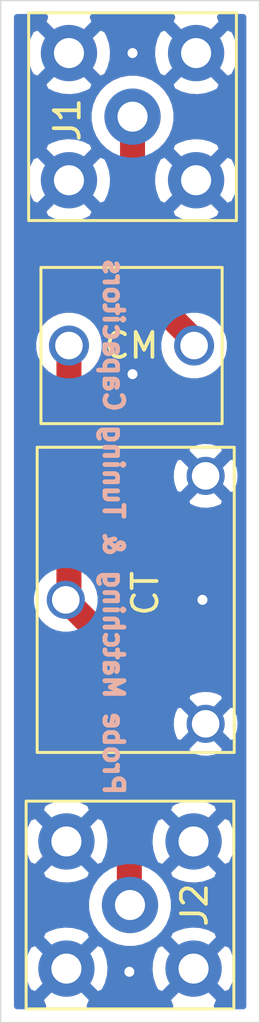
<source format=kicad_pcb>
(kicad_pcb (version 20171130) (host pcbnew "(5.1.7)-1")

  (general
    (thickness 1.6)
    (drawings 5)
    (tracks 9)
    (zones 0)
    (modules 4)
    (nets 4)
  )

  (page A4)
  (layers
    (0 F.Cu signal hide)
    (31 B.Cu signal hide)
    (32 B.Adhes user)
    (33 F.Adhes user)
    (34 B.Paste user)
    (35 F.Paste user)
    (36 B.SilkS user)
    (37 F.SilkS user)
    (38 B.Mask user)
    (39 F.Mask user)
    (40 Dwgs.User user)
    (41 Cmts.User user)
    (42 Eco1.User user)
    (43 Eco2.User user)
    (44 Edge.Cuts user)
    (45 Margin user)
    (46 B.CrtYd user)
    (47 F.CrtYd user)
    (48 B.Fab user)
    (49 F.Fab user)
  )

  (setup
    (last_trace_width 1)
    (user_trace_width 1)
    (trace_clearance 0.2)
    (zone_clearance 0.508)
    (zone_45_only no)
    (trace_min 0.2)
    (via_size 0.8)
    (via_drill 0.4)
    (via_min_size 0.4)
    (via_min_drill 0.3)
    (uvia_size 0.3)
    (uvia_drill 0.1)
    (uvias_allowed no)
    (uvia_min_size 0.2)
    (uvia_min_drill 0.1)
    (edge_width 0.05)
    (segment_width 0.2)
    (pcb_text_width 0.3)
    (pcb_text_size 1.5 1.5)
    (mod_edge_width 0.12)
    (mod_text_size 1 1)
    (mod_text_width 0.15)
    (pad_size 2.25 2.25)
    (pad_drill 1.2)
    (pad_to_mask_clearance 0)
    (aux_axis_origin 0 0)
    (visible_elements FFFFFF7F)
    (pcbplotparams
      (layerselection 0x010fc_ffffffff)
      (usegerberextensions false)
      (usegerberattributes true)
      (usegerberadvancedattributes true)
      (creategerberjobfile true)
      (excludeedgelayer true)
      (linewidth 0.100000)
      (plotframeref false)
      (viasonmask false)
      (mode 1)
      (useauxorigin false)
      (hpglpennumber 1)
      (hpglpenspeed 20)
      (hpglpendiameter 15.000000)
      (psnegative false)
      (psa4output false)
      (plotreference true)
      (plotvalue true)
      (plotinvisibletext false)
      (padsonsilk false)
      (subtractmaskfromsilk false)
      (outputformat 1)
      (mirror false)
      (drillshape 1)
      (scaleselection 1)
      (outputdirectory ""))
  )

  (net 0 "")
  (net 1 "Net-(C1-Pad1)")
  (net 2 "Net-(C1-Pad2)")
  (net 3 GND)

  (net_class Default "This is the default net class."
    (clearance 0.2)
    (trace_width 0.25)
    (via_dia 0.8)
    (via_drill 0.4)
    (uvia_dia 0.3)
    (uvia_drill 0.1)
    (add_net GND)
    (add_net "Net-(C1-Pad1)")
    (add_net "Net-(C1-Pad2)")
  )

  (module Capacitor_THT:C_Rect_L7.0mm_W6.0mm_P5.00mm (layer F.Cu) (tedit 60D4E2C9) (tstamp 60D4E3D1)
    (at 146.304 107.696)
    (descr "C, Rect series, Radial, pin pitch=5.00mm, , length*width=7*6mm^2, Capacitor")
    (tags "C Rect series Radial pin pitch 5.00mm  length 7mm width 6mm Capacitor")
    (path /60BAB1FC)
    (fp_text reference CM (at 2.5 0) (layer F.SilkS)
      (effects (font (size 1 1) (thickness 0.15)))
    )
    (fp_text value C_Variable (at 2.5 4.25) (layer F.Fab)
      (effects (font (size 1 1) (thickness 0.15)))
    )
    (fp_line (start 6.25 -3.25) (end -1.25 -3.25) (layer F.CrtYd) (width 0.05))
    (fp_line (start 6.25 3.25) (end 6.25 -3.25) (layer F.CrtYd) (width 0.05))
    (fp_line (start -1.25 3.25) (end 6.25 3.25) (layer F.CrtYd) (width 0.05))
    (fp_line (start -1.25 -3.25) (end -1.25 3.25) (layer F.CrtYd) (width 0.05))
    (fp_line (start 6.12 -3.12) (end 6.12 3.12) (layer F.SilkS) (width 0.12))
    (fp_line (start -1.12 -3.12) (end -1.12 3.12) (layer F.SilkS) (width 0.12))
    (fp_line (start -1.12 3.12) (end 6.12 3.12) (layer F.SilkS) (width 0.12))
    (fp_line (start -1.12 -3.12) (end 6.12 -3.12) (layer F.SilkS) (width 0.12))
    (fp_line (start 6 -3) (end -1 -3) (layer F.Fab) (width 0.1))
    (fp_line (start 6 3) (end 6 -3) (layer F.Fab) (width 0.1))
    (fp_line (start -1 3) (end 6 3) (layer F.Fab) (width 0.1))
    (fp_line (start -1 -3) (end -1 3) (layer F.Fab) (width 0.1))
    (fp_text user %R (at 2.5 0) (layer F.Fab)
      (effects (font (size 1 1) (thickness 0.15)))
    )
    (pad 1 thru_hole circle (at 0 0) (size 1.6 1.6) (drill 1.1) (layers *.Cu *.Mask)
      (net 1 "Net-(C1-Pad1)"))
    (pad 2 thru_hole circle (at 5 0) (size 1.6 1.6) (drill 1.1) (layers *.Cu *.Mask)
      (net 2 "Net-(C1-Pad2)"))
    (model ${KISYS3DMOD}/Capacitor_THT.3dshapes/C_Rect_L7.0mm_W6.0mm_P5.00mm.wrl
      (at (xyz 0 0 0))
      (scale (xyz 1 1 1))
      (rotate (xyz 0 0 0))
    )
  )

  (module C_Trim_GZD10100:C_Trim_GZD10100 (layer F.Cu) (tedit 60D4E153) (tstamp 60D4E3E0)
    (at 149.352 117.856 90)
    (path /60BBC77B)
    (fp_text reference CT (at 0.254 0 90) (layer F.SilkS)
      (effects (font (size 1 1) (thickness 0.15)))
    )
    (fp_text value C_Trim_3_Leg (at 0 9.144 90) (layer F.Fab)
      (effects (font (size 1 1) (thickness 0.15)))
    )
    (fp_line (start -6.35 7.81) (end -6.35 -4.572) (layer F.CrtYd) (width 0.12))
    (fp_line (start 6.35 7.81) (end -6.35 7.81) (layer F.CrtYd) (width 0.12))
    (fp_line (start 6.35 -4.572) (end 6.35 7.81) (layer F.CrtYd) (width 0.12))
    (fp_line (start -6.35 -4.572) (end 6.35 -4.572) (layer F.CrtYd) (width 0.12))
    (fp_line (start -6.096 3.556) (end 6.096 3.556) (layer F.SilkS) (width 0.12))
    (fp_line (start 6.096 3.556) (end 6.096 -4.318) (layer F.SilkS) (width 0.12))
    (fp_line (start 6.096 -4.318) (end -6.096 -4.318) (layer F.SilkS) (width 0.12))
    (fp_line (start -6.096 -4.318) (end -6.096 3.556) (layer F.SilkS) (width 0.12))
    (pad 1 thru_hole circle (at -4.953 2.413 90) (size 1.524 1.524) (drill 1.1) (layers *.Cu *.Mask)
      (net 3 GND))
    (pad 2 thru_hole circle (at 4.953 2.413 90) (size 1.524 1.524) (drill 1.1) (layers *.Cu *.Mask)
      (net 3 GND))
    (pad 3 thru_hole circle (at 0 -3.175 90) (size 1.524 1.524) (drill 1.1) (layers *.Cu *.Mask)
      (net 1 "Net-(C1-Pad1)"))
  )

  (module Connector_Coaxial:SMA_Amphenol_132203-12_Horizontal (layer F.Cu) (tedit 60D4E2BD) (tstamp 60D4E40E)
    (at 148.844 98.552)
    (descr https://www.amphenolrf.com/media/downloads/1769/132203-12.pdf)
    (tags "SMA THT Female Jack Horizontal")
    (path /60BAF990)
    (fp_text reference J1 (at -2.6035 0.127 90) (layer F.SilkS)
      (effects (font (size 1 1) (thickness 0.15)))
    )
    (fp_text value Conn_Coaxial (at 0 5) (layer F.Fab)
      (effects (font (size 1 1) (thickness 0.15)))
    )
    (fp_line (start -3.175 -5.998) (end 3.175 -6.704) (layer F.Fab) (width 0.1))
    (fp_line (start -3.175 -6.704) (end 3.175 -7.41) (layer F.Fab) (width 0.1))
    (fp_line (start -3.175 -7.41) (end 3.175 -8.116) (layer F.Fab) (width 0.1))
    (fp_line (start -3.175 -8.116) (end 3.175 -8.822) (layer F.Fab) (width 0.1))
    (fp_line (start -3.175 -8.822) (end 3.175 -9.528) (layer F.Fab) (width 0.1))
    (fp_line (start -3.175 -9.528) (end 3.175 -10.234) (layer F.Fab) (width 0.1))
    (fp_line (start -3.175 -10.234) (end 3.175 -10.94) (layer F.Fab) (width 0.1))
    (fp_line (start -3.175 -10.94) (end 3.175 -11.646) (layer F.Fab) (width 0.1))
    (fp_line (start -3.175 -11.646) (end 3.175 -12.352) (layer F.Fab) (width 0.1))
    (fp_line (start -3.175 -12.352) (end 3.175 -13.058) (layer F.Fab) (width 0.1))
    (fp_line (start -3.175 -13.058) (end 3.175 -13.764) (layer F.Fab) (width 0.1))
    (fp_line (start -3.175 -13.764) (end 3.175 -14.47) (layer F.Fab) (width 0.1))
    (fp_line (start -3.175 -14.47) (end 3.175 -15.176) (layer F.Fab) (width 0.1))
    (fp_line (start -3.175 -15.176) (end 3.175 -15.882) (layer F.Fab) (width 0.1))
    (fp_line (start -3.175 -15.882) (end 3.175 -16.588) (layer F.Fab) (width 0.1))
    (fp_line (start -3.175 -16.588) (end 3.175 -17.294) (layer F.Fab) (width 0.1))
    (fp_line (start -3.175 -17.294) (end 3.175 -18) (layer F.Fab) (width 0.1))
    (fp_line (start 4.5 4.5) (end -4.5 4.5) (layer F.CrtYd) (width 0.05))
    (fp_line (start 4.5 4.5) (end 4.5 -20) (layer F.CrtYd) (width 0.05))
    (fp_line (start -4.5 -20) (end -4.5 4.5) (layer F.CrtYd) (width 0.05))
    (fp_line (start -4.5 -20) (end 4.5 -20) (layer F.CrtYd) (width 0.05))
    (fp_line (start -4 -4) (end -4 4) (layer F.Fab) (width 0.1))
    (fp_line (start -4 4) (end 4 4) (layer F.Fab) (width 0.1))
    (fp_line (start 4 -4) (end 4 4) (layer F.Fab) (width 0.1))
    (fp_line (start -4.15 -4.15) (end -4.15 4.15) (layer F.SilkS) (width 0.12))
    (fp_line (start 4.15 -4.15) (end 4.15 4.15) (layer F.SilkS) (width 0.12))
    (fp_line (start -4.15 4.15) (end 4.15 4.15) (layer F.SilkS) (width 0.12))
    (fp_line (start -4.15 -4.15) (end 4.15 -4.15) (layer F.SilkS) (width 0.12))
    (fp_line (start -3.175 -19.5) (end 3.175 -19.5) (layer F.Fab) (width 0.1))
    (fp_line (start -3.175 -19.5) (end -3.175 -5.07) (layer F.Fab) (width 0.1))
    (fp_line (start 3.175 -19.5) (end 3.175 -5.07) (layer F.Fab) (width 0.1))
    (fp_line (start 3.9 -4) (end 3.9 -5.07) (layer F.Fab) (width 0.1))
    (fp_line (start 3.9 -5.07) (end -3.9 -5.07) (layer F.Fab) (width 0.1))
    (fp_line (start -3.9 -5.07) (end -3.9 -4) (layer F.Fab) (width 0.1))
    (fp_line (start -4 -4) (end 4 -4) (layer F.Fab) (width 0.1))
    (fp_line (start -3.175 -18) (end 3.175 -18.706) (layer F.Fab) (width 0.1))
    (fp_text user %R (at 0 0) (layer F.Fab)
      (effects (font (size 1 1) (thickness 0.15)))
    )
    (pad 2 thru_hole circle (at -2.54 2.54) (size 2.25 2.25) (drill 1.2) (layers *.Cu *.Mask)
      (net 3 GND))
    (pad 2 thru_hole circle (at -2.54 -2.54) (size 2.25 2.25) (drill 1.2) (layers *.Cu *.Mask)
      (net 3 GND))
    (pad 2 thru_hole circle (at 2.54 -2.54) (size 2.25 2.25) (drill 1.2) (layers *.Cu *.Mask)
      (net 3 GND))
    (pad 2 thru_hole circle (at 2.54 2.54 90) (size 2.25 2.25) (drill 1.2) (layers *.Cu *.Mask)
      (net 3 GND))
    (pad 1 thru_hole circle (at 0 0) (size 2.25 2.25) (drill 1.2) (layers *.Cu *.Mask)
      (net 2 "Net-(C1-Pad2)"))
    (model ${KISYS3DMOD}/Connector_Coaxial.3dshapes/SMA_Amphenol_132203-12_Horizontal.wrl
      (at (xyz 0 0 0))
      (scale (xyz 1 1 1))
      (rotate (xyz 0 0 0))
    )
  )

  (module Connector_Coaxial:SMA_Amphenol_132203-12_Horizontal (layer F.Cu) (tedit 60D4E335) (tstamp 60D4E43C)
    (at 148.7424 130.048 180)
    (descr https://www.amphenolrf.com/media/downloads/1769/132203-12.pdf)
    (tags "SMA THT Female Jack Horizontal")
    (path /60BB1BEC)
    (fp_text reference J2 (at -2.5781 0 90) (layer F.SilkS)
      (effects (font (size 1 1) (thickness 0.15)))
    )
    (fp_text value Conn_Coaxial (at 0 5) (layer F.Fab)
      (effects (font (size 1 1) (thickness 0.15)))
    )
    (fp_text user %R (at 0 0) (layer F.Fab)
      (effects (font (size 1 1) (thickness 0.15)))
    )
    (fp_line (start -3.175 -18) (end 3.175 -18.706) (layer F.Fab) (width 0.1))
    (fp_line (start -4 -4) (end 4 -4) (layer F.Fab) (width 0.1))
    (fp_line (start -3.9 -5.07) (end -3.9 -4) (layer F.Fab) (width 0.1))
    (fp_line (start 3.9 -5.07) (end -3.9 -5.07) (layer F.Fab) (width 0.1))
    (fp_line (start 3.9 -4) (end 3.9 -5.07) (layer F.Fab) (width 0.1))
    (fp_line (start 3.175 -19.5) (end 3.175 -5.07) (layer F.Fab) (width 0.1))
    (fp_line (start -3.175 -19.5) (end -3.175 -5.07) (layer F.Fab) (width 0.1))
    (fp_line (start -3.175 -19.5) (end 3.175 -19.5) (layer F.Fab) (width 0.1))
    (fp_line (start -4.15 -4.15) (end 4.15 -4.15) (layer F.SilkS) (width 0.12))
    (fp_line (start -4.15 4.15) (end 4.15 4.15) (layer F.SilkS) (width 0.12))
    (fp_line (start 4.15 -4.15) (end 4.15 4.15) (layer F.SilkS) (width 0.12))
    (fp_line (start -4.15 -4.15) (end -4.15 4.15) (layer F.SilkS) (width 0.12))
    (fp_line (start 4 -4) (end 4 4) (layer F.Fab) (width 0.1))
    (fp_line (start -4 4) (end 4 4) (layer F.Fab) (width 0.1))
    (fp_line (start -4 -4) (end -4 4) (layer F.Fab) (width 0.1))
    (fp_line (start -4.5 -20) (end 4.5 -20) (layer F.CrtYd) (width 0.05))
    (fp_line (start -4.5 -20) (end -4.5 4.5) (layer F.CrtYd) (width 0.05))
    (fp_line (start 4.5 4.5) (end 4.5 -20) (layer F.CrtYd) (width 0.05))
    (fp_line (start 4.5 4.5) (end -4.5 4.5) (layer F.CrtYd) (width 0.05))
    (fp_line (start -3.175 -17.294) (end 3.175 -18) (layer F.Fab) (width 0.1))
    (fp_line (start -3.175 -16.588) (end 3.175 -17.294) (layer F.Fab) (width 0.1))
    (fp_line (start -3.175 -15.882) (end 3.175 -16.588) (layer F.Fab) (width 0.1))
    (fp_line (start -3.175 -15.176) (end 3.175 -15.882) (layer F.Fab) (width 0.1))
    (fp_line (start -3.175 -14.47) (end 3.175 -15.176) (layer F.Fab) (width 0.1))
    (fp_line (start -3.175 -13.764) (end 3.175 -14.47) (layer F.Fab) (width 0.1))
    (fp_line (start -3.175 -13.058) (end 3.175 -13.764) (layer F.Fab) (width 0.1))
    (fp_line (start -3.175 -12.352) (end 3.175 -13.058) (layer F.Fab) (width 0.1))
    (fp_line (start -3.175 -11.646) (end 3.175 -12.352) (layer F.Fab) (width 0.1))
    (fp_line (start -3.175 -10.94) (end 3.175 -11.646) (layer F.Fab) (width 0.1))
    (fp_line (start -3.175 -10.234) (end 3.175 -10.94) (layer F.Fab) (width 0.1))
    (fp_line (start -3.175 -9.528) (end 3.175 -10.234) (layer F.Fab) (width 0.1))
    (fp_line (start -3.175 -8.822) (end 3.175 -9.528) (layer F.Fab) (width 0.1))
    (fp_line (start -3.175 -8.116) (end 3.175 -8.822) (layer F.Fab) (width 0.1))
    (fp_line (start -3.175 -7.41) (end 3.175 -8.116) (layer F.Fab) (width 0.1))
    (fp_line (start -3.175 -6.704) (end 3.175 -7.41) (layer F.Fab) (width 0.1))
    (fp_line (start -3.175 -5.998) (end 3.175 -6.704) (layer F.Fab) (width 0.1))
    (pad 1 thru_hole circle (at 0 0 180) (size 2.25 2.25) (drill 1.2) (layers *.Cu *.Mask)
      (net 1 "Net-(C1-Pad1)"))
    (pad 2 thru_hole circle (at 2.54 2.54 270) (size 2.25 2.25) (drill 1.2) (layers *.Cu *.Mask)
      (net 3 GND))
    (pad 2 thru_hole circle (at 2.54 -2.54 180) (size 2.25 2.25) (drill 1.2) (layers *.Cu *.Mask)
      (net 3 GND))
    (pad 2 thru_hole circle (at -2.54 -2.54 180) (size 2.25 2.25) (drill 1.2) (layers *.Cu *.Mask)
      (net 3 GND))
    (pad 2 thru_hole circle (at -2.54 2.54 180) (size 2.25 2.25) (drill 1.2) (layers *.Cu *.Mask)
      (net 3 GND))
    (model ${KISYS3DMOD}/Connector_Coaxial.3dshapes/SMA_Amphenol_132203-12_Horizontal.wrl
      (at (xyz 0 0 0))
      (scale (xyz 1 1 1))
      (rotate (xyz 0 0 0))
    )
  )

  (gr_text "Probe Matching & Tuning Capacitors" (at 148.082 114.935 270) (layer B.SilkS)
    (effects (font (size 0.762 0.762) (thickness 0.1905)) (justify mirror))
  )
  (gr_line (start 143.5735 134.747) (end 143.5735 93.9165) (layer Edge.Cuts) (width 0.05) (tstamp 60D4F161))
  (gr_line (start 153.924 134.747) (end 143.5735 134.747) (layer Edge.Cuts) (width 0.05))
  (gr_line (start 153.924 93.9165) (end 153.924 134.747) (layer Edge.Cuts) (width 0.05))
  (gr_line (start 143.5735 93.9165) (end 153.924 93.9165) (layer Edge.Cuts) (width 0.05))

  (segment (start 146.304 107.696) (end 146.304 117.602) (width 1) (layer F.Cu) (net 1))
  (segment (start 146.177 117.856) (end 148.717 120.396) (width 1) (layer F.Cu) (net 1))
  (segment (start 148.717 120.396) (end 148.717 130.048) (width 1) (layer F.Cu) (net 1))
  (segment (start 148.844 98.552) (end 148.844 105.029) (width 1) (layer F.Cu) (net 2))
  (segment (start 148.844 105.029) (end 151.384 107.569) (width 1) (layer F.Cu) (net 2))
  (via (at 148.844 96.012) (size 0.8) (drill 0.4) (layers F.Cu B.Cu) (net 3))
  (via (at 148.844 108.839) (size 0.8) (drill 0.4) (layers F.Cu B.Cu) (net 3))
  (via (at 151.638 117.856) (size 0.8) (drill 0.4) (layers F.Cu B.Cu) (net 3))
  (via (at 148.717 132.715) (size 0.8) (drill 0.4) (layers F.Cu B.Cu) (net 3))

  (zone (net 3) (net_name GND) (layer F.Cu) (tstamp 0) (hatch edge 0.508)
    (connect_pads (clearance 0.508))
    (min_thickness 0.254)
    (fill yes (arc_segments 32) (thermal_gap 0.508) (thermal_bridge_width 0.508))
    (polygon
      (pts
        (xy 153.67 134.493) (xy 143.764 134.493) (xy 143.764 94.107) (xy 153.67 94.107)
      )
    )
    (filled_polygon
      (pts
        (xy 145.259074 94.787469) (xy 146.304 95.832395) (xy 147.348926 94.787469) (xy 147.264558 94.5765) (xy 150.423442 94.5765)
        (xy 150.339074 94.787469) (xy 151.384 95.832395) (xy 152.428926 94.787469) (xy 152.344558 94.5765) (xy 153.264 94.5765)
        (xy 153.264001 134.087) (xy 152.217564 134.087) (xy 152.327326 133.812531) (xy 151.2824 132.767605) (xy 150.237474 133.812531)
        (xy 150.347236 134.087) (xy 147.137564 134.087) (xy 147.247326 133.812531) (xy 146.2024 132.767605) (xy 145.157474 133.812531)
        (xy 145.267236 134.087) (xy 144.2335 134.087) (xy 144.2335 132.64565) (xy 144.434824 132.64565) (xy 144.480034 132.98938)
        (xy 144.591434 133.317685) (xy 144.700686 133.522079) (xy 144.977869 133.632926) (xy 146.022795 132.588) (xy 146.382005 132.588)
        (xy 147.426931 133.632926) (xy 147.704114 133.522079) (xy 147.857489 133.21116) (xy 147.94726 132.876295) (xy 147.962404 132.64565)
        (xy 149.514824 132.64565) (xy 149.560034 132.98938) (xy 149.671434 133.317685) (xy 149.780686 133.522079) (xy 150.057869 133.632926)
        (xy 151.102795 132.588) (xy 151.462005 132.588) (xy 152.506931 133.632926) (xy 152.784114 133.522079) (xy 152.937489 133.21116)
        (xy 153.02726 132.876295) (xy 153.049976 132.53035) (xy 153.004766 132.18662) (xy 152.893366 131.858315) (xy 152.784114 131.653921)
        (xy 152.506931 131.543074) (xy 151.462005 132.588) (xy 151.102795 132.588) (xy 150.057869 131.543074) (xy 149.780686 131.653921)
        (xy 149.627311 131.96484) (xy 149.53754 132.299705) (xy 149.514824 132.64565) (xy 147.962404 132.64565) (xy 147.969976 132.53035)
        (xy 147.924766 132.18662) (xy 147.813366 131.858315) (xy 147.704114 131.653921) (xy 147.426931 131.543074) (xy 146.382005 132.588)
        (xy 146.022795 132.588) (xy 144.977869 131.543074) (xy 144.700686 131.653921) (xy 144.547311 131.96484) (xy 144.45754 132.299705)
        (xy 144.434824 132.64565) (xy 144.2335 132.64565) (xy 144.2335 131.363469) (xy 145.157474 131.363469) (xy 146.2024 132.408395)
        (xy 147.247326 131.363469) (xy 147.136479 131.086286) (xy 146.82556 130.932911) (xy 146.490695 130.84314) (xy 146.14475 130.820424)
        (xy 145.80102 130.865634) (xy 145.472715 130.977034) (xy 145.268321 131.086286) (xy 145.157474 131.363469) (xy 144.2335 131.363469)
        (xy 144.2335 128.732531) (xy 145.157474 128.732531) (xy 145.268321 129.009714) (xy 145.57924 129.163089) (xy 145.914105 129.25286)
        (xy 146.26005 129.275576) (xy 146.60378 129.230366) (xy 146.932085 129.118966) (xy 147.136479 129.009714) (xy 147.247326 128.732531)
        (xy 146.2024 127.687605) (xy 145.157474 128.732531) (xy 144.2335 128.732531) (xy 144.2335 127.56565) (xy 144.434824 127.56565)
        (xy 144.480034 127.90938) (xy 144.591434 128.237685) (xy 144.700686 128.442079) (xy 144.977869 128.552926) (xy 146.022795 127.508)
        (xy 144.977869 126.463074) (xy 144.700686 126.573921) (xy 144.547311 126.88484) (xy 144.45754 127.219705) (xy 144.434824 127.56565)
        (xy 144.2335 127.56565) (xy 144.2335 126.283469) (xy 145.157474 126.283469) (xy 146.2024 127.328395) (xy 147.247326 126.283469)
        (xy 147.136479 126.006286) (xy 146.82556 125.852911) (xy 146.490695 125.76314) (xy 146.14475 125.740424) (xy 145.80102 125.785634)
        (xy 145.472715 125.897034) (xy 145.268321 126.006286) (xy 145.157474 126.283469) (xy 144.2335 126.283469) (xy 144.2335 117.718408)
        (xy 144.78 117.718408) (xy 144.78 117.993592) (xy 144.833686 118.26349) (xy 144.938995 118.517727) (xy 145.09188 118.746535)
        (xy 145.286465 118.94112) (xy 145.515273 119.094005) (xy 145.76951 119.199314) (xy 145.951354 119.235485) (xy 147.582 120.866132)
        (xy 147.582001 126.525087) (xy 147.426931 126.463074) (xy 146.382005 127.508) (xy 147.426931 128.552926) (xy 147.582001 128.490913)
        (xy 147.582001 128.719383) (xy 147.375319 128.926065) (xy 147.182708 129.214327) (xy 147.050036 129.534627) (xy 146.9824 129.874655)
        (xy 146.9824 130.221345) (xy 147.050036 130.561373) (xy 147.182708 130.881673) (xy 147.375319 131.169935) (xy 147.620465 131.415081)
        (xy 147.908727 131.607692) (xy 148.229027 131.740364) (xy 148.569055 131.808) (xy 148.915745 131.808) (xy 149.255773 131.740364)
        (xy 149.576073 131.607692) (xy 149.864335 131.415081) (xy 149.915947 131.363469) (xy 150.237474 131.363469) (xy 151.2824 132.408395)
        (xy 152.327326 131.363469) (xy 152.216479 131.086286) (xy 151.90556 130.932911) (xy 151.570695 130.84314) (xy 151.22475 130.820424)
        (xy 150.88102 130.865634) (xy 150.552715 130.977034) (xy 150.348321 131.086286) (xy 150.237474 131.363469) (xy 149.915947 131.363469)
        (xy 150.109481 131.169935) (xy 150.302092 130.881673) (xy 150.434764 130.561373) (xy 150.5024 130.221345) (xy 150.5024 129.874655)
        (xy 150.434764 129.534627) (xy 150.302092 129.214327) (xy 150.109481 128.926065) (xy 149.915947 128.732531) (xy 150.237474 128.732531)
        (xy 150.348321 129.009714) (xy 150.65924 129.163089) (xy 150.994105 129.25286) (xy 151.34005 129.275576) (xy 151.68378 129.230366)
        (xy 152.012085 129.118966) (xy 152.216479 129.009714) (xy 152.327326 128.732531) (xy 151.2824 127.687605) (xy 150.237474 128.732531)
        (xy 149.915947 128.732531) (xy 149.864335 128.680919) (xy 149.852 128.672677) (xy 149.852 128.470598) (xy 150.057869 128.552926)
        (xy 151.102795 127.508) (xy 151.462005 127.508) (xy 152.506931 128.552926) (xy 152.784114 128.442079) (xy 152.937489 128.13116)
        (xy 153.02726 127.796295) (xy 153.049976 127.45035) (xy 153.004766 127.10662) (xy 152.893366 126.778315) (xy 152.784114 126.573921)
        (xy 152.506931 126.463074) (xy 151.462005 127.508) (xy 151.102795 127.508) (xy 150.057869 126.463074) (xy 149.852 126.545402)
        (xy 149.852 126.283469) (xy 150.237474 126.283469) (xy 151.2824 127.328395) (xy 152.327326 126.283469) (xy 152.216479 126.006286)
        (xy 151.90556 125.852911) (xy 151.570695 125.76314) (xy 151.22475 125.740424) (xy 150.88102 125.785634) (xy 150.552715 125.897034)
        (xy 150.348321 126.006286) (xy 150.237474 126.283469) (xy 149.852 126.283469) (xy 149.852 123.774565) (xy 150.97904 123.774565)
        (xy 151.04602 124.014656) (xy 151.295048 124.131756) (xy 151.562135 124.198023) (xy 151.837017 124.21091) (xy 152.109133 124.169922)
        (xy 152.368023 124.076636) (xy 152.48398 124.014656) (xy 152.55096 123.774565) (xy 151.765 122.988605) (xy 150.97904 123.774565)
        (xy 149.852 123.774565) (xy 149.852 122.881017) (xy 150.36309 122.881017) (xy 150.404078 123.153133) (xy 150.497364 123.412023)
        (xy 150.559344 123.52798) (xy 150.799435 123.59496) (xy 151.585395 122.809) (xy 151.944605 122.809) (xy 152.730565 123.59496)
        (xy 152.970656 123.52798) (xy 153.087756 123.278952) (xy 153.154023 123.011865) (xy 153.16691 122.736983) (xy 153.125922 122.464867)
        (xy 153.032636 122.205977) (xy 152.970656 122.09002) (xy 152.730565 122.02304) (xy 151.944605 122.809) (xy 151.585395 122.809)
        (xy 150.799435 122.02304) (xy 150.559344 122.09002) (xy 150.442244 122.339048) (xy 150.375977 122.606135) (xy 150.36309 122.881017)
        (xy 149.852 122.881017) (xy 149.852 121.843435) (xy 150.97904 121.843435) (xy 151.765 122.629395) (xy 152.55096 121.843435)
        (xy 152.48398 121.603344) (xy 152.234952 121.486244) (xy 151.967865 121.419977) (xy 151.692983 121.40709) (xy 151.420867 121.448078)
        (xy 151.161977 121.541364) (xy 151.04602 121.603344) (xy 150.97904 121.843435) (xy 149.852 121.843435) (xy 149.852 120.451741)
        (xy 149.85749 120.395999) (xy 149.852 120.340257) (xy 149.852 120.340248) (xy 149.835577 120.173501) (xy 149.770676 119.959553)
        (xy 149.665284 119.762377) (xy 149.523449 119.589551) (xy 149.480141 119.554009) (xy 147.556485 117.630354) (xy 147.520314 117.44851)
        (xy 147.439 117.252202) (xy 147.439 113.868565) (xy 150.97904 113.868565) (xy 151.04602 114.108656) (xy 151.295048 114.225756)
        (xy 151.562135 114.292023) (xy 151.837017 114.30491) (xy 152.109133 114.263922) (xy 152.368023 114.170636) (xy 152.48398 114.108656)
        (xy 152.55096 113.868565) (xy 151.765 113.082605) (xy 150.97904 113.868565) (xy 147.439 113.868565) (xy 147.439 112.975017)
        (xy 150.36309 112.975017) (xy 150.404078 113.247133) (xy 150.497364 113.506023) (xy 150.559344 113.62198) (xy 150.799435 113.68896)
        (xy 151.585395 112.903) (xy 151.944605 112.903) (xy 152.730565 113.68896) (xy 152.970656 113.62198) (xy 153.087756 113.372952)
        (xy 153.154023 113.105865) (xy 153.16691 112.830983) (xy 153.125922 112.558867) (xy 153.032636 112.299977) (xy 152.970656 112.18402)
        (xy 152.730565 112.11704) (xy 151.944605 112.903) (xy 151.585395 112.903) (xy 150.799435 112.11704) (xy 150.559344 112.18402)
        (xy 150.442244 112.433048) (xy 150.375977 112.700135) (xy 150.36309 112.975017) (xy 147.439 112.975017) (xy 147.439 111.937435)
        (xy 150.97904 111.937435) (xy 151.765 112.723395) (xy 152.55096 111.937435) (xy 152.48398 111.697344) (xy 152.234952 111.580244)
        (xy 151.967865 111.513977) (xy 151.692983 111.50109) (xy 151.420867 111.542078) (xy 151.161977 111.635364) (xy 151.04602 111.697344)
        (xy 150.97904 111.937435) (xy 147.439 111.937435) (xy 147.439 108.580284) (xy 147.57568 108.375727) (xy 147.683853 108.114574)
        (xy 147.739 107.837335) (xy 147.739 107.554665) (xy 147.683853 107.277426) (xy 147.57568 107.016273) (xy 147.418637 106.781241)
        (xy 147.218759 106.581363) (xy 146.983727 106.42432) (xy 146.722574 106.316147) (xy 146.445335 106.261) (xy 146.162665 106.261)
        (xy 145.885426 106.316147) (xy 145.624273 106.42432) (xy 145.389241 106.581363) (xy 145.189363 106.781241) (xy 145.03232 107.016273)
        (xy 144.924147 107.277426) (xy 144.869 107.554665) (xy 144.869 107.837335) (xy 144.924147 108.114574) (xy 145.03232 108.375727)
        (xy 145.169 108.580284) (xy 145.169001 116.888344) (xy 145.09188 116.965465) (xy 144.938995 117.194273) (xy 144.833686 117.44851)
        (xy 144.78 117.718408) (xy 144.2335 117.718408) (xy 144.2335 102.316531) (xy 145.259074 102.316531) (xy 145.369921 102.593714)
        (xy 145.68084 102.747089) (xy 146.015705 102.83686) (xy 146.36165 102.859576) (xy 146.70538 102.814366) (xy 147.033685 102.702966)
        (xy 147.238079 102.593714) (xy 147.348926 102.316531) (xy 146.304 101.271605) (xy 145.259074 102.316531) (xy 144.2335 102.316531)
        (xy 144.2335 101.14965) (xy 144.536424 101.14965) (xy 144.581634 101.49338) (xy 144.693034 101.821685) (xy 144.802286 102.026079)
        (xy 145.079469 102.136926) (xy 146.124395 101.092) (xy 146.483605 101.092) (xy 147.528531 102.136926) (xy 147.709001 102.064755)
        (xy 147.709001 104.973239) (xy 147.703509 105.029) (xy 147.725423 105.251498) (xy 147.790324 105.465446) (xy 147.790325 105.465447)
        (xy 147.895717 105.662623) (xy 148.037552 105.835449) (xy 148.08086 105.870991) (xy 149.869 107.659132) (xy 149.869 107.837335)
        (xy 149.924147 108.114574) (xy 150.03232 108.375727) (xy 150.189363 108.610759) (xy 150.389241 108.810637) (xy 150.624273 108.96768)
        (xy 150.885426 109.075853) (xy 151.162665 109.131) (xy 151.445335 109.131) (xy 151.722574 109.075853) (xy 151.983727 108.96768)
        (xy 152.218759 108.810637) (xy 152.418637 108.610759) (xy 152.57568 108.375727) (xy 152.683853 108.114574) (xy 152.739 107.837335)
        (xy 152.739 107.554665) (xy 152.683853 107.277426) (xy 152.57568 107.016273) (xy 152.418637 106.781241) (xy 152.218759 106.581363)
        (xy 151.983727 106.42432) (xy 151.74597 106.325838) (xy 149.979 104.558869) (xy 149.979 102.316531) (xy 150.339074 102.316531)
        (xy 150.449921 102.593714) (xy 150.76084 102.747089) (xy 151.095705 102.83686) (xy 151.44165 102.859576) (xy 151.78538 102.814366)
        (xy 152.113685 102.702966) (xy 152.318079 102.593714) (xy 152.428926 102.316531) (xy 151.384 101.271605) (xy 150.339074 102.316531)
        (xy 149.979 102.316531) (xy 149.979 102.064755) (xy 150.159469 102.136926) (xy 151.204395 101.092) (xy 151.563605 101.092)
        (xy 152.608531 102.136926) (xy 152.885714 102.026079) (xy 153.039089 101.71516) (xy 153.12886 101.380295) (xy 153.151576 101.03435)
        (xy 153.106366 100.69062) (xy 152.994966 100.362315) (xy 152.885714 100.157921) (xy 152.608531 100.047074) (xy 151.563605 101.092)
        (xy 151.204395 101.092) (xy 150.159469 100.047074) (xy 149.979 100.119245) (xy 149.979 99.906016) (xy 150.017547 99.867469)
        (xy 150.339074 99.867469) (xy 151.384 100.912395) (xy 152.428926 99.867469) (xy 152.318079 99.590286) (xy 152.00716 99.436911)
        (xy 151.672295 99.34714) (xy 151.32635 99.324424) (xy 150.98262 99.369634) (xy 150.654315 99.481034) (xy 150.449921 99.590286)
        (xy 150.339074 99.867469) (xy 150.017547 99.867469) (xy 150.211081 99.673935) (xy 150.403692 99.385673) (xy 150.536364 99.065373)
        (xy 150.604 98.725345) (xy 150.604 98.378655) (xy 150.536364 98.038627) (xy 150.403692 97.718327) (xy 150.211081 97.430065)
        (xy 150.017547 97.236531) (xy 150.339074 97.236531) (xy 150.449921 97.513714) (xy 150.76084 97.667089) (xy 151.095705 97.75686)
        (xy 151.44165 97.779576) (xy 151.78538 97.734366) (xy 152.113685 97.622966) (xy 152.318079 97.513714) (xy 152.428926 97.236531)
        (xy 151.384 96.191605) (xy 150.339074 97.236531) (xy 150.017547 97.236531) (xy 149.965935 97.184919) (xy 149.677673 96.992308)
        (xy 149.357373 96.859636) (xy 149.017345 96.792) (xy 148.670655 96.792) (xy 148.330627 96.859636) (xy 148.010327 96.992308)
        (xy 147.722065 97.184919) (xy 147.476919 97.430065) (xy 147.284308 97.718327) (xy 147.151636 98.038627) (xy 147.084 98.378655)
        (xy 147.084 98.725345) (xy 147.151636 99.065373) (xy 147.284308 99.385673) (xy 147.476919 99.673935) (xy 147.709 99.906016)
        (xy 147.709 100.119245) (xy 147.528531 100.047074) (xy 146.483605 101.092) (xy 146.124395 101.092) (xy 145.079469 100.047074)
        (xy 144.802286 100.157921) (xy 144.648911 100.46884) (xy 144.55914 100.803705) (xy 144.536424 101.14965) (xy 144.2335 101.14965)
        (xy 144.2335 99.867469) (xy 145.259074 99.867469) (xy 146.304 100.912395) (xy 147.348926 99.867469) (xy 147.238079 99.590286)
        (xy 146.92716 99.436911) (xy 146.592295 99.34714) (xy 146.24635 99.324424) (xy 145.90262 99.369634) (xy 145.574315 99.481034)
        (xy 145.369921 99.590286) (xy 145.259074 99.867469) (xy 144.2335 99.867469) (xy 144.2335 97.236531) (xy 145.259074 97.236531)
        (xy 145.369921 97.513714) (xy 145.68084 97.667089) (xy 146.015705 97.75686) (xy 146.36165 97.779576) (xy 146.70538 97.734366)
        (xy 147.033685 97.622966) (xy 147.238079 97.513714) (xy 147.348926 97.236531) (xy 146.304 96.191605) (xy 145.259074 97.236531)
        (xy 144.2335 97.236531) (xy 144.2335 96.06965) (xy 144.536424 96.06965) (xy 144.581634 96.41338) (xy 144.693034 96.741685)
        (xy 144.802286 96.946079) (xy 145.079469 97.056926) (xy 146.124395 96.012) (xy 146.483605 96.012) (xy 147.528531 97.056926)
        (xy 147.805714 96.946079) (xy 147.959089 96.63516) (xy 148.04886 96.300295) (xy 148.064004 96.06965) (xy 149.616424 96.06965)
        (xy 149.661634 96.41338) (xy 149.773034 96.741685) (xy 149.882286 96.946079) (xy 150.159469 97.056926) (xy 151.204395 96.012)
        (xy 151.563605 96.012) (xy 152.608531 97.056926) (xy 152.885714 96.946079) (xy 153.039089 96.63516) (xy 153.12886 96.300295)
        (xy 153.151576 95.95435) (xy 153.106366 95.61062) (xy 152.994966 95.282315) (xy 152.885714 95.077921) (xy 152.608531 94.967074)
        (xy 151.563605 96.012) (xy 151.204395 96.012) (xy 150.159469 94.967074) (xy 149.882286 95.077921) (xy 149.728911 95.38884)
        (xy 149.63914 95.723705) (xy 149.616424 96.06965) (xy 148.064004 96.06965) (xy 148.071576 95.95435) (xy 148.026366 95.61062)
        (xy 147.914966 95.282315) (xy 147.805714 95.077921) (xy 147.528531 94.967074) (xy 146.483605 96.012) (xy 146.124395 96.012)
        (xy 145.079469 94.967074) (xy 144.802286 95.077921) (xy 144.648911 95.38884) (xy 144.55914 95.723705) (xy 144.536424 96.06965)
        (xy 144.2335 96.06965) (xy 144.2335 94.5765) (xy 145.343442 94.5765)
      )
    )
  )
  (zone (net 3) (net_name GND) (layer B.Cu) (tstamp 0) (hatch edge 0.508)
    (connect_pads (clearance 0.508))
    (min_thickness 0.254)
    (fill yes (arc_segments 32) (thermal_gap 0.508) (thermal_bridge_width 0.508))
    (polygon
      (pts
        (xy 153.67 134.493) (xy 143.764 134.493) (xy 143.764 94.107) (xy 153.67 94.107)
      )
    )
    (filled_polygon
      (pts
        (xy 145.259074 94.787469) (xy 146.304 95.832395) (xy 147.348926 94.787469) (xy 147.264558 94.5765) (xy 150.423442 94.5765)
        (xy 150.339074 94.787469) (xy 151.384 95.832395) (xy 152.428926 94.787469) (xy 152.344558 94.5765) (xy 153.264 94.5765)
        (xy 153.264001 134.087) (xy 152.217564 134.087) (xy 152.327326 133.812531) (xy 151.2824 132.767605) (xy 150.237474 133.812531)
        (xy 150.347236 134.087) (xy 147.137564 134.087) (xy 147.247326 133.812531) (xy 146.2024 132.767605) (xy 145.157474 133.812531)
        (xy 145.267236 134.087) (xy 144.2335 134.087) (xy 144.2335 132.64565) (xy 144.434824 132.64565) (xy 144.480034 132.98938)
        (xy 144.591434 133.317685) (xy 144.700686 133.522079) (xy 144.977869 133.632926) (xy 146.022795 132.588) (xy 146.382005 132.588)
        (xy 147.426931 133.632926) (xy 147.704114 133.522079) (xy 147.857489 133.21116) (xy 147.94726 132.876295) (xy 147.962404 132.64565)
        (xy 149.514824 132.64565) (xy 149.560034 132.98938) (xy 149.671434 133.317685) (xy 149.780686 133.522079) (xy 150.057869 133.632926)
        (xy 151.102795 132.588) (xy 151.462005 132.588) (xy 152.506931 133.632926) (xy 152.784114 133.522079) (xy 152.937489 133.21116)
        (xy 153.02726 132.876295) (xy 153.049976 132.53035) (xy 153.004766 132.18662) (xy 152.893366 131.858315) (xy 152.784114 131.653921)
        (xy 152.506931 131.543074) (xy 151.462005 132.588) (xy 151.102795 132.588) (xy 150.057869 131.543074) (xy 149.780686 131.653921)
        (xy 149.627311 131.96484) (xy 149.53754 132.299705) (xy 149.514824 132.64565) (xy 147.962404 132.64565) (xy 147.969976 132.53035)
        (xy 147.924766 132.18662) (xy 147.813366 131.858315) (xy 147.704114 131.653921) (xy 147.426931 131.543074) (xy 146.382005 132.588)
        (xy 146.022795 132.588) (xy 144.977869 131.543074) (xy 144.700686 131.653921) (xy 144.547311 131.96484) (xy 144.45754 132.299705)
        (xy 144.434824 132.64565) (xy 144.2335 132.64565) (xy 144.2335 131.363469) (xy 145.157474 131.363469) (xy 146.2024 132.408395)
        (xy 147.247326 131.363469) (xy 147.136479 131.086286) (xy 146.82556 130.932911) (xy 146.490695 130.84314) (xy 146.14475 130.820424)
        (xy 145.80102 130.865634) (xy 145.472715 130.977034) (xy 145.268321 131.086286) (xy 145.157474 131.363469) (xy 144.2335 131.363469)
        (xy 144.2335 129.874655) (xy 146.9824 129.874655) (xy 146.9824 130.221345) (xy 147.050036 130.561373) (xy 147.182708 130.881673)
        (xy 147.375319 131.169935) (xy 147.620465 131.415081) (xy 147.908727 131.607692) (xy 148.229027 131.740364) (xy 148.569055 131.808)
        (xy 148.915745 131.808) (xy 149.255773 131.740364) (xy 149.576073 131.607692) (xy 149.864335 131.415081) (xy 149.915947 131.363469)
        (xy 150.237474 131.363469) (xy 151.2824 132.408395) (xy 152.327326 131.363469) (xy 152.216479 131.086286) (xy 151.90556 130.932911)
        (xy 151.570695 130.84314) (xy 151.22475 130.820424) (xy 150.88102 130.865634) (xy 150.552715 130.977034) (xy 150.348321 131.086286)
        (xy 150.237474 131.363469) (xy 149.915947 131.363469) (xy 150.109481 131.169935) (xy 150.302092 130.881673) (xy 150.434764 130.561373)
        (xy 150.5024 130.221345) (xy 150.5024 129.874655) (xy 150.434764 129.534627) (xy 150.302092 129.214327) (xy 150.109481 128.926065)
        (xy 149.915947 128.732531) (xy 150.237474 128.732531) (xy 150.348321 129.009714) (xy 150.65924 129.163089) (xy 150.994105 129.25286)
        (xy 151.34005 129.275576) (xy 151.68378 129.230366) (xy 152.012085 129.118966) (xy 152.216479 129.009714) (xy 152.327326 128.732531)
        (xy 151.2824 127.687605) (xy 150.237474 128.732531) (xy 149.915947 128.732531) (xy 149.864335 128.680919) (xy 149.576073 128.488308)
        (xy 149.255773 128.355636) (xy 148.915745 128.288) (xy 148.569055 128.288) (xy 148.229027 128.355636) (xy 147.908727 128.488308)
        (xy 147.620465 128.680919) (xy 147.375319 128.926065) (xy 147.182708 129.214327) (xy 147.050036 129.534627) (xy 146.9824 129.874655)
        (xy 144.2335 129.874655) (xy 144.2335 128.732531) (xy 145.157474 128.732531) (xy 145.268321 129.009714) (xy 145.57924 129.163089)
        (xy 145.914105 129.25286) (xy 146.26005 129.275576) (xy 146.60378 129.230366) (xy 146.932085 129.118966) (xy 147.136479 129.009714)
        (xy 147.247326 128.732531) (xy 146.2024 127.687605) (xy 145.157474 128.732531) (xy 144.2335 128.732531) (xy 144.2335 127.56565)
        (xy 144.434824 127.56565) (xy 144.480034 127.90938) (xy 144.591434 128.237685) (xy 144.700686 128.442079) (xy 144.977869 128.552926)
        (xy 146.022795 127.508) (xy 146.382005 127.508) (xy 147.426931 128.552926) (xy 147.704114 128.442079) (xy 147.857489 128.13116)
        (xy 147.94726 127.796295) (xy 147.962404 127.56565) (xy 149.514824 127.56565) (xy 149.560034 127.90938) (xy 149.671434 128.237685)
        (xy 149.780686 128.442079) (xy 150.057869 128.552926) (xy 151.102795 127.508) (xy 151.462005 127.508) (xy 152.506931 128.552926)
        (xy 152.784114 128.442079) (xy 152.937489 128.13116) (xy 153.02726 127.796295) (xy 153.049976 127.45035) (xy 153.004766 127.10662)
        (xy 152.893366 126.778315) (xy 152.784114 126.573921) (xy 152.506931 126.463074) (xy 151.462005 127.508) (xy 151.102795 127.508)
        (xy 150.057869 126.463074) (xy 149.780686 126.573921) (xy 149.627311 126.88484) (xy 149.53754 127.219705) (xy 149.514824 127.56565)
        (xy 147.962404 127.56565) (xy 147.969976 127.45035) (xy 147.924766 127.10662) (xy 147.813366 126.778315) (xy 147.704114 126.573921)
        (xy 147.426931 126.463074) (xy 146.382005 127.508) (xy 146.022795 127.508) (xy 144.977869 126.463074) (xy 144.700686 126.573921)
        (xy 144.547311 126.88484) (xy 144.45754 127.219705) (xy 144.434824 127.56565) (xy 144.2335 127.56565) (xy 144.2335 126.283469)
        (xy 145.157474 126.283469) (xy 146.2024 127.328395) (xy 147.247326 126.283469) (xy 150.237474 126.283469) (xy 151.2824 127.328395)
        (xy 152.327326 126.283469) (xy 152.216479 126.006286) (xy 151.90556 125.852911) (xy 151.570695 125.76314) (xy 151.22475 125.740424)
        (xy 150.88102 125.785634) (xy 150.552715 125.897034) (xy 150.348321 126.006286) (xy 150.237474 126.283469) (xy 147.247326 126.283469)
        (xy 147.136479 126.006286) (xy 146.82556 125.852911) (xy 146.490695 125.76314) (xy 146.14475 125.740424) (xy 145.80102 125.785634)
        (xy 145.472715 125.897034) (xy 145.268321 126.006286) (xy 145.157474 126.283469) (xy 144.2335 126.283469) (xy 144.2335 123.774565)
        (xy 150.97904 123.774565) (xy 151.04602 124.014656) (xy 151.295048 124.131756) (xy 151.562135 124.198023) (xy 151.837017 124.21091)
        (xy 152.109133 124.169922) (xy 152.368023 124.076636) (xy 152.48398 124.014656) (xy 152.55096 123.774565) (xy 151.765 122.988605)
        (xy 150.97904 123.774565) (xy 144.2335 123.774565) (xy 144.2335 122.881017) (xy 150.36309 122.881017) (xy 150.404078 123.153133)
        (xy 150.497364 123.412023) (xy 150.559344 123.52798) (xy 150.799435 123.59496) (xy 151.585395 122.809) (xy 151.944605 122.809)
        (xy 152.730565 123.59496) (xy 152.970656 123.52798) (xy 153.087756 123.278952) (xy 153.154023 123.011865) (xy 153.16691 122.736983)
        (xy 153.125922 122.464867) (xy 153.032636 122.205977) (xy 152.970656 122.09002) (xy 152.730565 122.02304) (xy 151.944605 122.809)
        (xy 151.585395 122.809) (xy 150.799435 122.02304) (xy 150.559344 122.09002) (xy 150.442244 122.339048) (xy 150.375977 122.606135)
        (xy 150.36309 122.881017) (xy 144.2335 122.881017) (xy 144.2335 121.843435) (xy 150.97904 121.843435) (xy 151.765 122.629395)
        (xy 152.55096 121.843435) (xy 152.48398 121.603344) (xy 152.234952 121.486244) (xy 151.967865 121.419977) (xy 151.692983 121.40709)
        (xy 151.420867 121.448078) (xy 151.161977 121.541364) (xy 151.04602 121.603344) (xy 150.97904 121.843435) (xy 144.2335 121.843435)
        (xy 144.2335 117.718408) (xy 144.78 117.718408) (xy 144.78 117.993592) (xy 144.833686 118.26349) (xy 144.938995 118.517727)
        (xy 145.09188 118.746535) (xy 145.286465 118.94112) (xy 145.515273 119.094005) (xy 145.76951 119.199314) (xy 146.039408 119.253)
        (xy 146.314592 119.253) (xy 146.58449 119.199314) (xy 146.838727 119.094005) (xy 147.067535 118.94112) (xy 147.26212 118.746535)
        (xy 147.415005 118.517727) (xy 147.520314 118.26349) (xy 147.574 117.993592) (xy 147.574 117.718408) (xy 147.520314 117.44851)
        (xy 147.415005 117.194273) (xy 147.26212 116.965465) (xy 147.067535 116.77088) (xy 146.838727 116.617995) (xy 146.58449 116.512686)
        (xy 146.314592 116.459) (xy 146.039408 116.459) (xy 145.76951 116.512686) (xy 145.515273 116.617995) (xy 145.286465 116.77088)
        (xy 145.09188 116.965465) (xy 144.938995 117.194273) (xy 144.833686 117.44851) (xy 144.78 117.718408) (xy 144.2335 117.718408)
        (xy 144.2335 113.868565) (xy 150.97904 113.868565) (xy 151.04602 114.108656) (xy 151.295048 114.225756) (xy 151.562135 114.292023)
        (xy 151.837017 114.30491) (xy 152.109133 114.263922) (xy 152.368023 114.170636) (xy 152.48398 114.108656) (xy 152.55096 113.868565)
        (xy 151.765 113.082605) (xy 150.97904 113.868565) (xy 144.2335 113.868565) (xy 144.2335 112.975017) (xy 150.36309 112.975017)
        (xy 150.404078 113.247133) (xy 150.497364 113.506023) (xy 150.559344 113.62198) (xy 150.799435 113.68896) (xy 151.585395 112.903)
        (xy 151.944605 112.903) (xy 152.730565 113.68896) (xy 152.970656 113.62198) (xy 153.087756 113.372952) (xy 153.154023 113.105865)
        (xy 153.16691 112.830983) (xy 153.125922 112.558867) (xy 153.032636 112.299977) (xy 152.970656 112.18402) (xy 152.730565 112.11704)
        (xy 151.944605 112.903) (xy 151.585395 112.903) (xy 150.799435 112.11704) (xy 150.559344 112.18402) (xy 150.442244 112.433048)
        (xy 150.375977 112.700135) (xy 150.36309 112.975017) (xy 144.2335 112.975017) (xy 144.2335 111.937435) (xy 150.97904 111.937435)
        (xy 151.765 112.723395) (xy 152.55096 111.937435) (xy 152.48398 111.697344) (xy 152.234952 111.580244) (xy 151.967865 111.513977)
        (xy 151.692983 111.50109) (xy 151.420867 111.542078) (xy 151.161977 111.635364) (xy 151.04602 111.697344) (xy 150.97904 111.937435)
        (xy 144.2335 111.937435) (xy 144.2335 107.554665) (xy 144.869 107.554665) (xy 144.869 107.837335) (xy 144.924147 108.114574)
        (xy 145.03232 108.375727) (xy 145.189363 108.610759) (xy 145.389241 108.810637) (xy 145.624273 108.96768) (xy 145.885426 109.075853)
        (xy 146.162665 109.131) (xy 146.445335 109.131) (xy 146.722574 109.075853) (xy 146.983727 108.96768) (xy 147.218759 108.810637)
        (xy 147.418637 108.610759) (xy 147.57568 108.375727) (xy 147.683853 108.114574) (xy 147.739 107.837335) (xy 147.739 107.554665)
        (xy 149.869 107.554665) (xy 149.869 107.837335) (xy 149.924147 108.114574) (xy 150.03232 108.375727) (xy 150.189363 108.610759)
        (xy 150.389241 108.810637) (xy 150.624273 108.96768) (xy 150.885426 109.075853) (xy 151.162665 109.131) (xy 151.445335 109.131)
        (xy 151.722574 109.075853) (xy 151.983727 108.96768) (xy 152.218759 108.810637) (xy 152.418637 108.610759) (xy 152.57568 108.375727)
        (xy 152.683853 108.114574) (xy 152.739 107.837335) (xy 152.739 107.554665) (xy 152.683853 107.277426) (xy 152.57568 107.016273)
        (xy 152.418637 106.781241) (xy 152.218759 106.581363) (xy 151.983727 106.42432) (xy 151.722574 106.316147) (xy 151.445335 106.261)
        (xy 151.162665 106.261) (xy 150.885426 106.316147) (xy 150.624273 106.42432) (xy 150.389241 106.581363) (xy 150.189363 106.781241)
        (xy 150.03232 107.016273) (xy 149.924147 107.277426) (xy 149.869 107.554665) (xy 147.739 107.554665) (xy 147.683853 107.277426)
        (xy 147.57568 107.016273) (xy 147.418637 106.781241) (xy 147.218759 106.581363) (xy 146.983727 106.42432) (xy 146.722574 106.316147)
        (xy 146.445335 106.261) (xy 146.162665 106.261) (xy 145.885426 106.316147) (xy 145.624273 106.42432) (xy 145.389241 106.581363)
        (xy 145.189363 106.781241) (xy 145.03232 107.016273) (xy 144.924147 107.277426) (xy 144.869 107.554665) (xy 144.2335 107.554665)
        (xy 144.2335 102.316531) (xy 145.259074 102.316531) (xy 145.369921 102.593714) (xy 145.68084 102.747089) (xy 146.015705 102.83686)
        (xy 146.36165 102.859576) (xy 146.70538 102.814366) (xy 147.033685 102.702966) (xy 147.238079 102.593714) (xy 147.348926 102.316531)
        (xy 150.339074 102.316531) (xy 150.449921 102.593714) (xy 150.76084 102.747089) (xy 151.095705 102.83686) (xy 151.44165 102.859576)
        (xy 151.78538 102.814366) (xy 152.113685 102.702966) (xy 152.318079 102.593714) (xy 152.428926 102.316531) (xy 151.384 101.271605)
        (xy 150.339074 102.316531) (xy 147.348926 102.316531) (xy 146.304 101.271605) (xy 145.259074 102.316531) (xy 144.2335 102.316531)
        (xy 144.2335 101.14965) (xy 144.536424 101.14965) (xy 144.581634 101.49338) (xy 144.693034 101.821685) (xy 144.802286 102.026079)
        (xy 145.079469 102.136926) (xy 146.124395 101.092) (xy 146.483605 101.092) (xy 147.528531 102.136926) (xy 147.805714 102.026079)
        (xy 147.959089 101.71516) (xy 148.04886 101.380295) (xy 148.064004 101.14965) (xy 149.616424 101.14965) (xy 149.661634 101.49338)
        (xy 149.773034 101.821685) (xy 149.882286 102.026079) (xy 150.159469 102.136926) (xy 151.204395 101.092) (xy 151.563605 101.092)
        (xy 152.608531 102.136926) (xy 152.885714 102.026079) (xy 153.039089 101.71516) (xy 153.12886 101.380295) (xy 153.151576 101.03435)
        (xy 153.106366 100.69062) (xy 152.994966 100.362315) (xy 152.885714 100.157921) (xy 152.608531 100.047074) (xy 151.563605 101.092)
        (xy 151.204395 101.092) (xy 150.159469 100.047074) (xy 149.882286 100.157921) (xy 149.728911 100.46884) (xy 149.63914 100.803705)
        (xy 149.616424 101.14965) (xy 148.064004 101.14965) (xy 148.071576 101.03435) (xy 148.026366 100.69062) (xy 147.914966 100.362315)
        (xy 147.805714 100.157921) (xy 147.528531 100.047074) (xy 146.483605 101.092) (xy 146.124395 101.092) (xy 145.079469 100.047074)
        (xy 144.802286 100.157921) (xy 144.648911 100.46884) (xy 144.55914 100.803705) (xy 144.536424 101.14965) (xy 144.2335 101.14965)
        (xy 144.2335 99.867469) (xy 145.259074 99.867469) (xy 146.304 100.912395) (xy 147.348926 99.867469) (xy 147.238079 99.590286)
        (xy 146.92716 99.436911) (xy 146.592295 99.34714) (xy 146.24635 99.324424) (xy 145.90262 99.369634) (xy 145.574315 99.481034)
        (xy 145.369921 99.590286) (xy 145.259074 99.867469) (xy 144.2335 99.867469) (xy 144.2335 98.378655) (xy 147.084 98.378655)
        (xy 147.084 98.725345) (xy 147.151636 99.065373) (xy 147.284308 99.385673) (xy 147.476919 99.673935) (xy 147.722065 99.919081)
        (xy 148.010327 100.111692) (xy 148.330627 100.244364) (xy 148.670655 100.312) (xy 149.017345 100.312) (xy 149.357373 100.244364)
        (xy 149.677673 100.111692) (xy 149.965935 99.919081) (xy 150.017547 99.867469) (xy 150.339074 99.867469) (xy 151.384 100.912395)
        (xy 152.428926 99.867469) (xy 152.318079 99.590286) (xy 152.00716 99.436911) (xy 151.672295 99.34714) (xy 151.32635 99.324424)
        (xy 150.98262 99.369634) (xy 150.654315 99.481034) (xy 150.449921 99.590286) (xy 150.339074 99.867469) (xy 150.017547 99.867469)
        (xy 150.211081 99.673935) (xy 150.403692 99.385673) (xy 150.536364 99.065373) (xy 150.604 98.725345) (xy 150.604 98.378655)
        (xy 150.536364 98.038627) (xy 150.403692 97.718327) (xy 150.211081 97.430065) (xy 150.017547 97.236531) (xy 150.339074 97.236531)
        (xy 150.449921 97.513714) (xy 150.76084 97.667089) (xy 151.095705 97.75686) (xy 151.44165 97.779576) (xy 151.78538 97.734366)
        (xy 152.113685 97.622966) (xy 152.318079 97.513714) (xy 152.428926 97.236531) (xy 151.384 96.191605) (xy 150.339074 97.236531)
        (xy 150.017547 97.236531) (xy 149.965935 97.184919) (xy 149.677673 96.992308) (xy 149.357373 96.859636) (xy 149.017345 96.792)
        (xy 148.670655 96.792) (xy 148.330627 96.859636) (xy 148.010327 96.992308) (xy 147.722065 97.184919) (xy 147.476919 97.430065)
        (xy 147.284308 97.718327) (xy 147.151636 98.038627) (xy 147.084 98.378655) (xy 144.2335 98.378655) (xy 144.2335 97.236531)
        (xy 145.259074 97.236531) (xy 145.369921 97.513714) (xy 145.68084 97.667089) (xy 146.015705 97.75686) (xy 146.36165 97.779576)
        (xy 146.70538 97.734366) (xy 147.033685 97.622966) (xy 147.238079 97.513714) (xy 147.348926 97.236531) (xy 146.304 96.191605)
        (xy 145.259074 97.236531) (xy 144.2335 97.236531) (xy 144.2335 96.06965) (xy 144.536424 96.06965) (xy 144.581634 96.41338)
        (xy 144.693034 96.741685) (xy 144.802286 96.946079) (xy 145.079469 97.056926) (xy 146.124395 96.012) (xy 146.483605 96.012)
        (xy 147.528531 97.056926) (xy 147.805714 96.946079) (xy 147.959089 96.63516) (xy 148.04886 96.300295) (xy 148.064004 96.06965)
        (xy 149.616424 96.06965) (xy 149.661634 96.41338) (xy 149.773034 96.741685) (xy 149.882286 96.946079) (xy 150.159469 97.056926)
        (xy 151.204395 96.012) (xy 151.563605 96.012) (xy 152.608531 97.056926) (xy 152.885714 96.946079) (xy 153.039089 96.63516)
        (xy 153.12886 96.300295) (xy 153.151576 95.95435) (xy 153.106366 95.61062) (xy 152.994966 95.282315) (xy 152.885714 95.077921)
        (xy 152.608531 94.967074) (xy 151.563605 96.012) (xy 151.204395 96.012) (xy 150.159469 94.967074) (xy 149.882286 95.077921)
        (xy 149.728911 95.38884) (xy 149.63914 95.723705) (xy 149.616424 96.06965) (xy 148.064004 96.06965) (xy 148.071576 95.95435)
        (xy 148.026366 95.61062) (xy 147.914966 95.282315) (xy 147.805714 95.077921) (xy 147.528531 94.967074) (xy 146.483605 96.012)
        (xy 146.124395 96.012) (xy 145.079469 94.967074) (xy 144.802286 95.077921) (xy 144.648911 95.38884) (xy 144.55914 95.723705)
        (xy 144.536424 96.06965) (xy 144.2335 96.06965) (xy 144.2335 94.5765) (xy 145.343442 94.5765)
      )
    )
  )
)

</source>
